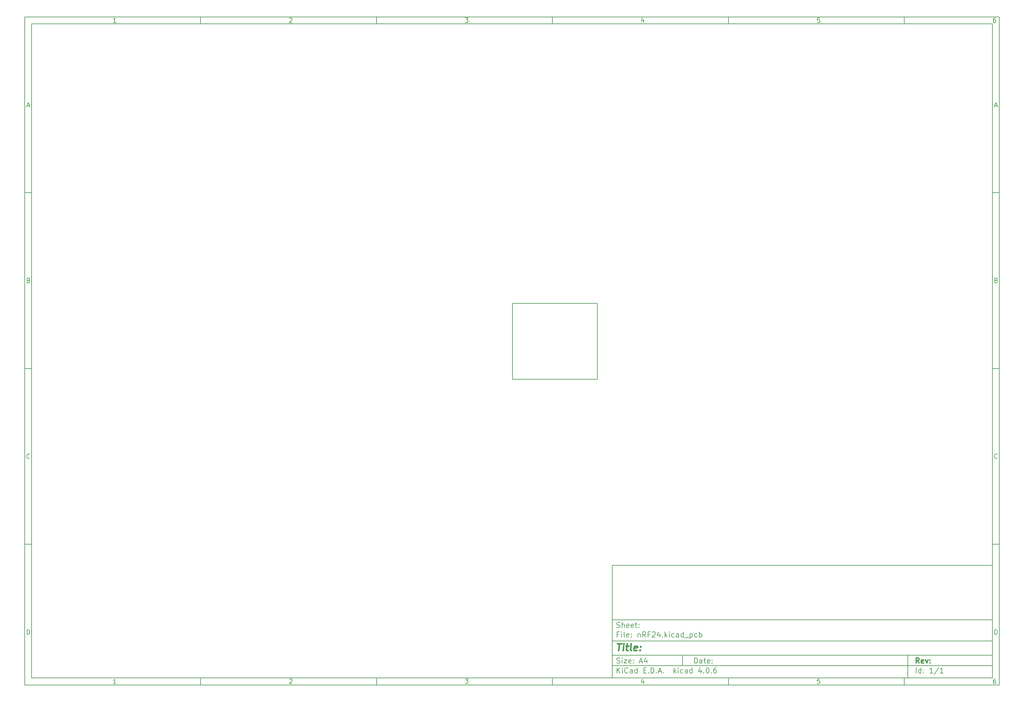
<source format=gm1>
G04 #@! TF.FileFunction,Profile,NP*
%FSLAX46Y46*%
G04 Gerber Fmt 4.6, Leading zero omitted, Abs format (unit mm)*
G04 Created by KiCad (PCBNEW 4.0.6) date 06/21/17 09:44:37*
%MOMM*%
%LPD*%
G01*
G04 APERTURE LIST*
%ADD10C,0.100000*%
%ADD11C,0.150000*%
%ADD12C,0.300000*%
%ADD13C,0.400000*%
G04 APERTURE END LIST*
D10*
D11*
X177002200Y-166007200D02*
X177002200Y-198007200D01*
X285002200Y-198007200D01*
X285002200Y-166007200D01*
X177002200Y-166007200D01*
D10*
D11*
X10000000Y-10000000D02*
X10000000Y-200007200D01*
X287002200Y-200007200D01*
X287002200Y-10000000D01*
X10000000Y-10000000D01*
D10*
D11*
X12000000Y-12000000D02*
X12000000Y-198007200D01*
X285002200Y-198007200D01*
X285002200Y-12000000D01*
X12000000Y-12000000D01*
D10*
D11*
X60000000Y-12000000D02*
X60000000Y-10000000D01*
D10*
D11*
X110000000Y-12000000D02*
X110000000Y-10000000D01*
D10*
D11*
X160000000Y-12000000D02*
X160000000Y-10000000D01*
D10*
D11*
X210000000Y-12000000D02*
X210000000Y-10000000D01*
D10*
D11*
X260000000Y-12000000D02*
X260000000Y-10000000D01*
D10*
D11*
X35990476Y-11588095D02*
X35247619Y-11588095D01*
X35619048Y-11588095D02*
X35619048Y-10288095D01*
X35495238Y-10473810D01*
X35371429Y-10597619D01*
X35247619Y-10659524D01*
D10*
D11*
X85247619Y-10411905D02*
X85309524Y-10350000D01*
X85433333Y-10288095D01*
X85742857Y-10288095D01*
X85866667Y-10350000D01*
X85928571Y-10411905D01*
X85990476Y-10535714D01*
X85990476Y-10659524D01*
X85928571Y-10845238D01*
X85185714Y-11588095D01*
X85990476Y-11588095D01*
D10*
D11*
X135185714Y-10288095D02*
X135990476Y-10288095D01*
X135557143Y-10783333D01*
X135742857Y-10783333D01*
X135866667Y-10845238D01*
X135928571Y-10907143D01*
X135990476Y-11030952D01*
X135990476Y-11340476D01*
X135928571Y-11464286D01*
X135866667Y-11526190D01*
X135742857Y-11588095D01*
X135371429Y-11588095D01*
X135247619Y-11526190D01*
X135185714Y-11464286D01*
D10*
D11*
X185866667Y-10721429D02*
X185866667Y-11588095D01*
X185557143Y-10226190D02*
X185247619Y-11154762D01*
X186052381Y-11154762D01*
D10*
D11*
X235928571Y-10288095D02*
X235309524Y-10288095D01*
X235247619Y-10907143D01*
X235309524Y-10845238D01*
X235433333Y-10783333D01*
X235742857Y-10783333D01*
X235866667Y-10845238D01*
X235928571Y-10907143D01*
X235990476Y-11030952D01*
X235990476Y-11340476D01*
X235928571Y-11464286D01*
X235866667Y-11526190D01*
X235742857Y-11588095D01*
X235433333Y-11588095D01*
X235309524Y-11526190D01*
X235247619Y-11464286D01*
D10*
D11*
X285866667Y-10288095D02*
X285619048Y-10288095D01*
X285495238Y-10350000D01*
X285433333Y-10411905D01*
X285309524Y-10597619D01*
X285247619Y-10845238D01*
X285247619Y-11340476D01*
X285309524Y-11464286D01*
X285371429Y-11526190D01*
X285495238Y-11588095D01*
X285742857Y-11588095D01*
X285866667Y-11526190D01*
X285928571Y-11464286D01*
X285990476Y-11340476D01*
X285990476Y-11030952D01*
X285928571Y-10907143D01*
X285866667Y-10845238D01*
X285742857Y-10783333D01*
X285495238Y-10783333D01*
X285371429Y-10845238D01*
X285309524Y-10907143D01*
X285247619Y-11030952D01*
D10*
D11*
X60000000Y-198007200D02*
X60000000Y-200007200D01*
D10*
D11*
X110000000Y-198007200D02*
X110000000Y-200007200D01*
D10*
D11*
X160000000Y-198007200D02*
X160000000Y-200007200D01*
D10*
D11*
X210000000Y-198007200D02*
X210000000Y-200007200D01*
D10*
D11*
X260000000Y-198007200D02*
X260000000Y-200007200D01*
D10*
D11*
X35990476Y-199595295D02*
X35247619Y-199595295D01*
X35619048Y-199595295D02*
X35619048Y-198295295D01*
X35495238Y-198481010D01*
X35371429Y-198604819D01*
X35247619Y-198666724D01*
D10*
D11*
X85247619Y-198419105D02*
X85309524Y-198357200D01*
X85433333Y-198295295D01*
X85742857Y-198295295D01*
X85866667Y-198357200D01*
X85928571Y-198419105D01*
X85990476Y-198542914D01*
X85990476Y-198666724D01*
X85928571Y-198852438D01*
X85185714Y-199595295D01*
X85990476Y-199595295D01*
D10*
D11*
X135185714Y-198295295D02*
X135990476Y-198295295D01*
X135557143Y-198790533D01*
X135742857Y-198790533D01*
X135866667Y-198852438D01*
X135928571Y-198914343D01*
X135990476Y-199038152D01*
X135990476Y-199347676D01*
X135928571Y-199471486D01*
X135866667Y-199533390D01*
X135742857Y-199595295D01*
X135371429Y-199595295D01*
X135247619Y-199533390D01*
X135185714Y-199471486D01*
D10*
D11*
X185866667Y-198728629D02*
X185866667Y-199595295D01*
X185557143Y-198233390D02*
X185247619Y-199161962D01*
X186052381Y-199161962D01*
D10*
D11*
X235928571Y-198295295D02*
X235309524Y-198295295D01*
X235247619Y-198914343D01*
X235309524Y-198852438D01*
X235433333Y-198790533D01*
X235742857Y-198790533D01*
X235866667Y-198852438D01*
X235928571Y-198914343D01*
X235990476Y-199038152D01*
X235990476Y-199347676D01*
X235928571Y-199471486D01*
X235866667Y-199533390D01*
X235742857Y-199595295D01*
X235433333Y-199595295D01*
X235309524Y-199533390D01*
X235247619Y-199471486D01*
D10*
D11*
X285866667Y-198295295D02*
X285619048Y-198295295D01*
X285495238Y-198357200D01*
X285433333Y-198419105D01*
X285309524Y-198604819D01*
X285247619Y-198852438D01*
X285247619Y-199347676D01*
X285309524Y-199471486D01*
X285371429Y-199533390D01*
X285495238Y-199595295D01*
X285742857Y-199595295D01*
X285866667Y-199533390D01*
X285928571Y-199471486D01*
X285990476Y-199347676D01*
X285990476Y-199038152D01*
X285928571Y-198914343D01*
X285866667Y-198852438D01*
X285742857Y-198790533D01*
X285495238Y-198790533D01*
X285371429Y-198852438D01*
X285309524Y-198914343D01*
X285247619Y-199038152D01*
D10*
D11*
X10000000Y-60000000D02*
X12000000Y-60000000D01*
D10*
D11*
X10000000Y-110000000D02*
X12000000Y-110000000D01*
D10*
D11*
X10000000Y-160000000D02*
X12000000Y-160000000D01*
D10*
D11*
X10690476Y-35216667D02*
X11309524Y-35216667D01*
X10566667Y-35588095D02*
X11000000Y-34288095D01*
X11433333Y-35588095D01*
D10*
D11*
X11092857Y-84907143D02*
X11278571Y-84969048D01*
X11340476Y-85030952D01*
X11402381Y-85154762D01*
X11402381Y-85340476D01*
X11340476Y-85464286D01*
X11278571Y-85526190D01*
X11154762Y-85588095D01*
X10659524Y-85588095D01*
X10659524Y-84288095D01*
X11092857Y-84288095D01*
X11216667Y-84350000D01*
X11278571Y-84411905D01*
X11340476Y-84535714D01*
X11340476Y-84659524D01*
X11278571Y-84783333D01*
X11216667Y-84845238D01*
X11092857Y-84907143D01*
X10659524Y-84907143D01*
D10*
D11*
X11402381Y-135464286D02*
X11340476Y-135526190D01*
X11154762Y-135588095D01*
X11030952Y-135588095D01*
X10845238Y-135526190D01*
X10721429Y-135402381D01*
X10659524Y-135278571D01*
X10597619Y-135030952D01*
X10597619Y-134845238D01*
X10659524Y-134597619D01*
X10721429Y-134473810D01*
X10845238Y-134350000D01*
X11030952Y-134288095D01*
X11154762Y-134288095D01*
X11340476Y-134350000D01*
X11402381Y-134411905D01*
D10*
D11*
X10659524Y-185588095D02*
X10659524Y-184288095D01*
X10969048Y-184288095D01*
X11154762Y-184350000D01*
X11278571Y-184473810D01*
X11340476Y-184597619D01*
X11402381Y-184845238D01*
X11402381Y-185030952D01*
X11340476Y-185278571D01*
X11278571Y-185402381D01*
X11154762Y-185526190D01*
X10969048Y-185588095D01*
X10659524Y-185588095D01*
D10*
D11*
X287002200Y-60000000D02*
X285002200Y-60000000D01*
D10*
D11*
X287002200Y-110000000D02*
X285002200Y-110000000D01*
D10*
D11*
X287002200Y-160000000D02*
X285002200Y-160000000D01*
D10*
D11*
X285692676Y-35216667D02*
X286311724Y-35216667D01*
X285568867Y-35588095D02*
X286002200Y-34288095D01*
X286435533Y-35588095D01*
D10*
D11*
X286095057Y-84907143D02*
X286280771Y-84969048D01*
X286342676Y-85030952D01*
X286404581Y-85154762D01*
X286404581Y-85340476D01*
X286342676Y-85464286D01*
X286280771Y-85526190D01*
X286156962Y-85588095D01*
X285661724Y-85588095D01*
X285661724Y-84288095D01*
X286095057Y-84288095D01*
X286218867Y-84350000D01*
X286280771Y-84411905D01*
X286342676Y-84535714D01*
X286342676Y-84659524D01*
X286280771Y-84783333D01*
X286218867Y-84845238D01*
X286095057Y-84907143D01*
X285661724Y-84907143D01*
D10*
D11*
X286404581Y-135464286D02*
X286342676Y-135526190D01*
X286156962Y-135588095D01*
X286033152Y-135588095D01*
X285847438Y-135526190D01*
X285723629Y-135402381D01*
X285661724Y-135278571D01*
X285599819Y-135030952D01*
X285599819Y-134845238D01*
X285661724Y-134597619D01*
X285723629Y-134473810D01*
X285847438Y-134350000D01*
X286033152Y-134288095D01*
X286156962Y-134288095D01*
X286342676Y-134350000D01*
X286404581Y-134411905D01*
D10*
D11*
X285661724Y-185588095D02*
X285661724Y-184288095D01*
X285971248Y-184288095D01*
X286156962Y-184350000D01*
X286280771Y-184473810D01*
X286342676Y-184597619D01*
X286404581Y-184845238D01*
X286404581Y-185030952D01*
X286342676Y-185278571D01*
X286280771Y-185402381D01*
X286156962Y-185526190D01*
X285971248Y-185588095D01*
X285661724Y-185588095D01*
D10*
D11*
X200359343Y-193785771D02*
X200359343Y-192285771D01*
X200716486Y-192285771D01*
X200930771Y-192357200D01*
X201073629Y-192500057D01*
X201145057Y-192642914D01*
X201216486Y-192928629D01*
X201216486Y-193142914D01*
X201145057Y-193428629D01*
X201073629Y-193571486D01*
X200930771Y-193714343D01*
X200716486Y-193785771D01*
X200359343Y-193785771D01*
X202502200Y-193785771D02*
X202502200Y-193000057D01*
X202430771Y-192857200D01*
X202287914Y-192785771D01*
X202002200Y-192785771D01*
X201859343Y-192857200D01*
X202502200Y-193714343D02*
X202359343Y-193785771D01*
X202002200Y-193785771D01*
X201859343Y-193714343D01*
X201787914Y-193571486D01*
X201787914Y-193428629D01*
X201859343Y-193285771D01*
X202002200Y-193214343D01*
X202359343Y-193214343D01*
X202502200Y-193142914D01*
X203002200Y-192785771D02*
X203573629Y-192785771D01*
X203216486Y-192285771D02*
X203216486Y-193571486D01*
X203287914Y-193714343D01*
X203430772Y-193785771D01*
X203573629Y-193785771D01*
X204645057Y-193714343D02*
X204502200Y-193785771D01*
X204216486Y-193785771D01*
X204073629Y-193714343D01*
X204002200Y-193571486D01*
X204002200Y-193000057D01*
X204073629Y-192857200D01*
X204216486Y-192785771D01*
X204502200Y-192785771D01*
X204645057Y-192857200D01*
X204716486Y-193000057D01*
X204716486Y-193142914D01*
X204002200Y-193285771D01*
X205359343Y-193642914D02*
X205430771Y-193714343D01*
X205359343Y-193785771D01*
X205287914Y-193714343D01*
X205359343Y-193642914D01*
X205359343Y-193785771D01*
X205359343Y-192857200D02*
X205430771Y-192928629D01*
X205359343Y-193000057D01*
X205287914Y-192928629D01*
X205359343Y-192857200D01*
X205359343Y-193000057D01*
D10*
D11*
X177002200Y-194507200D02*
X285002200Y-194507200D01*
D10*
D11*
X178359343Y-196585771D02*
X178359343Y-195085771D01*
X179216486Y-196585771D02*
X178573629Y-195728629D01*
X179216486Y-195085771D02*
X178359343Y-195942914D01*
X179859343Y-196585771D02*
X179859343Y-195585771D01*
X179859343Y-195085771D02*
X179787914Y-195157200D01*
X179859343Y-195228629D01*
X179930771Y-195157200D01*
X179859343Y-195085771D01*
X179859343Y-195228629D01*
X181430772Y-196442914D02*
X181359343Y-196514343D01*
X181145057Y-196585771D01*
X181002200Y-196585771D01*
X180787915Y-196514343D01*
X180645057Y-196371486D01*
X180573629Y-196228629D01*
X180502200Y-195942914D01*
X180502200Y-195728629D01*
X180573629Y-195442914D01*
X180645057Y-195300057D01*
X180787915Y-195157200D01*
X181002200Y-195085771D01*
X181145057Y-195085771D01*
X181359343Y-195157200D01*
X181430772Y-195228629D01*
X182716486Y-196585771D02*
X182716486Y-195800057D01*
X182645057Y-195657200D01*
X182502200Y-195585771D01*
X182216486Y-195585771D01*
X182073629Y-195657200D01*
X182716486Y-196514343D02*
X182573629Y-196585771D01*
X182216486Y-196585771D01*
X182073629Y-196514343D01*
X182002200Y-196371486D01*
X182002200Y-196228629D01*
X182073629Y-196085771D01*
X182216486Y-196014343D01*
X182573629Y-196014343D01*
X182716486Y-195942914D01*
X184073629Y-196585771D02*
X184073629Y-195085771D01*
X184073629Y-196514343D02*
X183930772Y-196585771D01*
X183645058Y-196585771D01*
X183502200Y-196514343D01*
X183430772Y-196442914D01*
X183359343Y-196300057D01*
X183359343Y-195871486D01*
X183430772Y-195728629D01*
X183502200Y-195657200D01*
X183645058Y-195585771D01*
X183930772Y-195585771D01*
X184073629Y-195657200D01*
X185930772Y-195800057D02*
X186430772Y-195800057D01*
X186645058Y-196585771D02*
X185930772Y-196585771D01*
X185930772Y-195085771D01*
X186645058Y-195085771D01*
X187287915Y-196442914D02*
X187359343Y-196514343D01*
X187287915Y-196585771D01*
X187216486Y-196514343D01*
X187287915Y-196442914D01*
X187287915Y-196585771D01*
X188002201Y-196585771D02*
X188002201Y-195085771D01*
X188359344Y-195085771D01*
X188573629Y-195157200D01*
X188716487Y-195300057D01*
X188787915Y-195442914D01*
X188859344Y-195728629D01*
X188859344Y-195942914D01*
X188787915Y-196228629D01*
X188716487Y-196371486D01*
X188573629Y-196514343D01*
X188359344Y-196585771D01*
X188002201Y-196585771D01*
X189502201Y-196442914D02*
X189573629Y-196514343D01*
X189502201Y-196585771D01*
X189430772Y-196514343D01*
X189502201Y-196442914D01*
X189502201Y-196585771D01*
X190145058Y-196157200D02*
X190859344Y-196157200D01*
X190002201Y-196585771D02*
X190502201Y-195085771D01*
X191002201Y-196585771D01*
X191502201Y-196442914D02*
X191573629Y-196514343D01*
X191502201Y-196585771D01*
X191430772Y-196514343D01*
X191502201Y-196442914D01*
X191502201Y-196585771D01*
X194502201Y-196585771D02*
X194502201Y-195085771D01*
X194645058Y-196014343D02*
X195073629Y-196585771D01*
X195073629Y-195585771D02*
X194502201Y-196157200D01*
X195716487Y-196585771D02*
X195716487Y-195585771D01*
X195716487Y-195085771D02*
X195645058Y-195157200D01*
X195716487Y-195228629D01*
X195787915Y-195157200D01*
X195716487Y-195085771D01*
X195716487Y-195228629D01*
X197073630Y-196514343D02*
X196930773Y-196585771D01*
X196645059Y-196585771D01*
X196502201Y-196514343D01*
X196430773Y-196442914D01*
X196359344Y-196300057D01*
X196359344Y-195871486D01*
X196430773Y-195728629D01*
X196502201Y-195657200D01*
X196645059Y-195585771D01*
X196930773Y-195585771D01*
X197073630Y-195657200D01*
X198359344Y-196585771D02*
X198359344Y-195800057D01*
X198287915Y-195657200D01*
X198145058Y-195585771D01*
X197859344Y-195585771D01*
X197716487Y-195657200D01*
X198359344Y-196514343D02*
X198216487Y-196585771D01*
X197859344Y-196585771D01*
X197716487Y-196514343D01*
X197645058Y-196371486D01*
X197645058Y-196228629D01*
X197716487Y-196085771D01*
X197859344Y-196014343D01*
X198216487Y-196014343D01*
X198359344Y-195942914D01*
X199716487Y-196585771D02*
X199716487Y-195085771D01*
X199716487Y-196514343D02*
X199573630Y-196585771D01*
X199287916Y-196585771D01*
X199145058Y-196514343D01*
X199073630Y-196442914D01*
X199002201Y-196300057D01*
X199002201Y-195871486D01*
X199073630Y-195728629D01*
X199145058Y-195657200D01*
X199287916Y-195585771D01*
X199573630Y-195585771D01*
X199716487Y-195657200D01*
X202216487Y-195585771D02*
X202216487Y-196585771D01*
X201859344Y-195014343D02*
X201502201Y-196085771D01*
X202430773Y-196085771D01*
X203002201Y-196442914D02*
X203073629Y-196514343D01*
X203002201Y-196585771D01*
X202930772Y-196514343D01*
X203002201Y-196442914D01*
X203002201Y-196585771D01*
X204002201Y-195085771D02*
X204145058Y-195085771D01*
X204287915Y-195157200D01*
X204359344Y-195228629D01*
X204430773Y-195371486D01*
X204502201Y-195657200D01*
X204502201Y-196014343D01*
X204430773Y-196300057D01*
X204359344Y-196442914D01*
X204287915Y-196514343D01*
X204145058Y-196585771D01*
X204002201Y-196585771D01*
X203859344Y-196514343D01*
X203787915Y-196442914D01*
X203716487Y-196300057D01*
X203645058Y-196014343D01*
X203645058Y-195657200D01*
X203716487Y-195371486D01*
X203787915Y-195228629D01*
X203859344Y-195157200D01*
X204002201Y-195085771D01*
X205145058Y-196442914D02*
X205216486Y-196514343D01*
X205145058Y-196585771D01*
X205073629Y-196514343D01*
X205145058Y-196442914D01*
X205145058Y-196585771D01*
X206502201Y-195085771D02*
X206216487Y-195085771D01*
X206073630Y-195157200D01*
X206002201Y-195228629D01*
X205859344Y-195442914D01*
X205787915Y-195728629D01*
X205787915Y-196300057D01*
X205859344Y-196442914D01*
X205930772Y-196514343D01*
X206073630Y-196585771D01*
X206359344Y-196585771D01*
X206502201Y-196514343D01*
X206573630Y-196442914D01*
X206645058Y-196300057D01*
X206645058Y-195942914D01*
X206573630Y-195800057D01*
X206502201Y-195728629D01*
X206359344Y-195657200D01*
X206073630Y-195657200D01*
X205930772Y-195728629D01*
X205859344Y-195800057D01*
X205787915Y-195942914D01*
D10*
D11*
X177002200Y-191507200D02*
X285002200Y-191507200D01*
D10*
D12*
X264216486Y-193785771D02*
X263716486Y-193071486D01*
X263359343Y-193785771D02*
X263359343Y-192285771D01*
X263930771Y-192285771D01*
X264073629Y-192357200D01*
X264145057Y-192428629D01*
X264216486Y-192571486D01*
X264216486Y-192785771D01*
X264145057Y-192928629D01*
X264073629Y-193000057D01*
X263930771Y-193071486D01*
X263359343Y-193071486D01*
X265430771Y-193714343D02*
X265287914Y-193785771D01*
X265002200Y-193785771D01*
X264859343Y-193714343D01*
X264787914Y-193571486D01*
X264787914Y-193000057D01*
X264859343Y-192857200D01*
X265002200Y-192785771D01*
X265287914Y-192785771D01*
X265430771Y-192857200D01*
X265502200Y-193000057D01*
X265502200Y-193142914D01*
X264787914Y-193285771D01*
X266002200Y-192785771D02*
X266359343Y-193785771D01*
X266716485Y-192785771D01*
X267287914Y-193642914D02*
X267359342Y-193714343D01*
X267287914Y-193785771D01*
X267216485Y-193714343D01*
X267287914Y-193642914D01*
X267287914Y-193785771D01*
X267287914Y-192857200D02*
X267359342Y-192928629D01*
X267287914Y-193000057D01*
X267216485Y-192928629D01*
X267287914Y-192857200D01*
X267287914Y-193000057D01*
D10*
D11*
X178287914Y-193714343D02*
X178502200Y-193785771D01*
X178859343Y-193785771D01*
X179002200Y-193714343D01*
X179073629Y-193642914D01*
X179145057Y-193500057D01*
X179145057Y-193357200D01*
X179073629Y-193214343D01*
X179002200Y-193142914D01*
X178859343Y-193071486D01*
X178573629Y-193000057D01*
X178430771Y-192928629D01*
X178359343Y-192857200D01*
X178287914Y-192714343D01*
X178287914Y-192571486D01*
X178359343Y-192428629D01*
X178430771Y-192357200D01*
X178573629Y-192285771D01*
X178930771Y-192285771D01*
X179145057Y-192357200D01*
X179787914Y-193785771D02*
X179787914Y-192785771D01*
X179787914Y-192285771D02*
X179716485Y-192357200D01*
X179787914Y-192428629D01*
X179859342Y-192357200D01*
X179787914Y-192285771D01*
X179787914Y-192428629D01*
X180359343Y-192785771D02*
X181145057Y-192785771D01*
X180359343Y-193785771D01*
X181145057Y-193785771D01*
X182287914Y-193714343D02*
X182145057Y-193785771D01*
X181859343Y-193785771D01*
X181716486Y-193714343D01*
X181645057Y-193571486D01*
X181645057Y-193000057D01*
X181716486Y-192857200D01*
X181859343Y-192785771D01*
X182145057Y-192785771D01*
X182287914Y-192857200D01*
X182359343Y-193000057D01*
X182359343Y-193142914D01*
X181645057Y-193285771D01*
X183002200Y-193642914D02*
X183073628Y-193714343D01*
X183002200Y-193785771D01*
X182930771Y-193714343D01*
X183002200Y-193642914D01*
X183002200Y-193785771D01*
X183002200Y-192857200D02*
X183073628Y-192928629D01*
X183002200Y-193000057D01*
X182930771Y-192928629D01*
X183002200Y-192857200D01*
X183002200Y-193000057D01*
X184787914Y-193357200D02*
X185502200Y-193357200D01*
X184645057Y-193785771D02*
X185145057Y-192285771D01*
X185645057Y-193785771D01*
X186787914Y-192785771D02*
X186787914Y-193785771D01*
X186430771Y-192214343D02*
X186073628Y-193285771D01*
X187002200Y-193285771D01*
D10*
D11*
X263359343Y-196585771D02*
X263359343Y-195085771D01*
X264716486Y-196585771D02*
X264716486Y-195085771D01*
X264716486Y-196514343D02*
X264573629Y-196585771D01*
X264287915Y-196585771D01*
X264145057Y-196514343D01*
X264073629Y-196442914D01*
X264002200Y-196300057D01*
X264002200Y-195871486D01*
X264073629Y-195728629D01*
X264145057Y-195657200D01*
X264287915Y-195585771D01*
X264573629Y-195585771D01*
X264716486Y-195657200D01*
X265430772Y-196442914D02*
X265502200Y-196514343D01*
X265430772Y-196585771D01*
X265359343Y-196514343D01*
X265430772Y-196442914D01*
X265430772Y-196585771D01*
X265430772Y-195657200D02*
X265502200Y-195728629D01*
X265430772Y-195800057D01*
X265359343Y-195728629D01*
X265430772Y-195657200D01*
X265430772Y-195800057D01*
X268073629Y-196585771D02*
X267216486Y-196585771D01*
X267645058Y-196585771D02*
X267645058Y-195085771D01*
X267502201Y-195300057D01*
X267359343Y-195442914D01*
X267216486Y-195514343D01*
X269787914Y-195014343D02*
X268502200Y-196942914D01*
X271073629Y-196585771D02*
X270216486Y-196585771D01*
X270645058Y-196585771D02*
X270645058Y-195085771D01*
X270502201Y-195300057D01*
X270359343Y-195442914D01*
X270216486Y-195514343D01*
D10*
D11*
X177002200Y-187507200D02*
X285002200Y-187507200D01*
D10*
D13*
X178454581Y-188211962D02*
X179597438Y-188211962D01*
X178776010Y-190211962D02*
X179026010Y-188211962D01*
X180014105Y-190211962D02*
X180180771Y-188878629D01*
X180264105Y-188211962D02*
X180156962Y-188307200D01*
X180240295Y-188402438D01*
X180347439Y-188307200D01*
X180264105Y-188211962D01*
X180240295Y-188402438D01*
X180847438Y-188878629D02*
X181609343Y-188878629D01*
X181216486Y-188211962D02*
X181002200Y-189926248D01*
X181073630Y-190116724D01*
X181252201Y-190211962D01*
X181442677Y-190211962D01*
X182395058Y-190211962D02*
X182216487Y-190116724D01*
X182145057Y-189926248D01*
X182359343Y-188211962D01*
X183930772Y-190116724D02*
X183728391Y-190211962D01*
X183347439Y-190211962D01*
X183168867Y-190116724D01*
X183097438Y-189926248D01*
X183192676Y-189164343D01*
X183311724Y-188973867D01*
X183514105Y-188878629D01*
X183895057Y-188878629D01*
X184073629Y-188973867D01*
X184145057Y-189164343D01*
X184121248Y-189354819D01*
X183145057Y-189545295D01*
X184895057Y-190021486D02*
X184978392Y-190116724D01*
X184871248Y-190211962D01*
X184787915Y-190116724D01*
X184895057Y-190021486D01*
X184871248Y-190211962D01*
X185026010Y-188973867D02*
X185109344Y-189069105D01*
X185002200Y-189164343D01*
X184918867Y-189069105D01*
X185026010Y-188973867D01*
X185002200Y-189164343D01*
D10*
D11*
X178859343Y-185600057D02*
X178359343Y-185600057D01*
X178359343Y-186385771D02*
X178359343Y-184885771D01*
X179073629Y-184885771D01*
X179645057Y-186385771D02*
X179645057Y-185385771D01*
X179645057Y-184885771D02*
X179573628Y-184957200D01*
X179645057Y-185028629D01*
X179716485Y-184957200D01*
X179645057Y-184885771D01*
X179645057Y-185028629D01*
X180573629Y-186385771D02*
X180430771Y-186314343D01*
X180359343Y-186171486D01*
X180359343Y-184885771D01*
X181716485Y-186314343D02*
X181573628Y-186385771D01*
X181287914Y-186385771D01*
X181145057Y-186314343D01*
X181073628Y-186171486D01*
X181073628Y-185600057D01*
X181145057Y-185457200D01*
X181287914Y-185385771D01*
X181573628Y-185385771D01*
X181716485Y-185457200D01*
X181787914Y-185600057D01*
X181787914Y-185742914D01*
X181073628Y-185885771D01*
X182430771Y-186242914D02*
X182502199Y-186314343D01*
X182430771Y-186385771D01*
X182359342Y-186314343D01*
X182430771Y-186242914D01*
X182430771Y-186385771D01*
X182430771Y-185457200D02*
X182502199Y-185528629D01*
X182430771Y-185600057D01*
X182359342Y-185528629D01*
X182430771Y-185457200D01*
X182430771Y-185600057D01*
X184287914Y-185385771D02*
X184287914Y-186385771D01*
X184287914Y-185528629D02*
X184359342Y-185457200D01*
X184502200Y-185385771D01*
X184716485Y-185385771D01*
X184859342Y-185457200D01*
X184930771Y-185600057D01*
X184930771Y-186385771D01*
X186502200Y-186385771D02*
X186002200Y-185671486D01*
X185645057Y-186385771D02*
X185645057Y-184885771D01*
X186216485Y-184885771D01*
X186359343Y-184957200D01*
X186430771Y-185028629D01*
X186502200Y-185171486D01*
X186502200Y-185385771D01*
X186430771Y-185528629D01*
X186359343Y-185600057D01*
X186216485Y-185671486D01*
X185645057Y-185671486D01*
X187645057Y-185600057D02*
X187145057Y-185600057D01*
X187145057Y-186385771D02*
X187145057Y-184885771D01*
X187859343Y-184885771D01*
X188359342Y-185028629D02*
X188430771Y-184957200D01*
X188573628Y-184885771D01*
X188930771Y-184885771D01*
X189073628Y-184957200D01*
X189145057Y-185028629D01*
X189216485Y-185171486D01*
X189216485Y-185314343D01*
X189145057Y-185528629D01*
X188287914Y-186385771D01*
X189216485Y-186385771D01*
X190502199Y-185385771D02*
X190502199Y-186385771D01*
X190145056Y-184814343D02*
X189787913Y-185885771D01*
X190716485Y-185885771D01*
X191287913Y-186242914D02*
X191359341Y-186314343D01*
X191287913Y-186385771D01*
X191216484Y-186314343D01*
X191287913Y-186242914D01*
X191287913Y-186385771D01*
X192002199Y-186385771D02*
X192002199Y-184885771D01*
X192145056Y-185814343D02*
X192573627Y-186385771D01*
X192573627Y-185385771D02*
X192002199Y-185957200D01*
X193216485Y-186385771D02*
X193216485Y-185385771D01*
X193216485Y-184885771D02*
X193145056Y-184957200D01*
X193216485Y-185028629D01*
X193287913Y-184957200D01*
X193216485Y-184885771D01*
X193216485Y-185028629D01*
X194573628Y-186314343D02*
X194430771Y-186385771D01*
X194145057Y-186385771D01*
X194002199Y-186314343D01*
X193930771Y-186242914D01*
X193859342Y-186100057D01*
X193859342Y-185671486D01*
X193930771Y-185528629D01*
X194002199Y-185457200D01*
X194145057Y-185385771D01*
X194430771Y-185385771D01*
X194573628Y-185457200D01*
X195859342Y-186385771D02*
X195859342Y-185600057D01*
X195787913Y-185457200D01*
X195645056Y-185385771D01*
X195359342Y-185385771D01*
X195216485Y-185457200D01*
X195859342Y-186314343D02*
X195716485Y-186385771D01*
X195359342Y-186385771D01*
X195216485Y-186314343D01*
X195145056Y-186171486D01*
X195145056Y-186028629D01*
X195216485Y-185885771D01*
X195359342Y-185814343D01*
X195716485Y-185814343D01*
X195859342Y-185742914D01*
X197216485Y-186385771D02*
X197216485Y-184885771D01*
X197216485Y-186314343D02*
X197073628Y-186385771D01*
X196787914Y-186385771D01*
X196645056Y-186314343D01*
X196573628Y-186242914D01*
X196502199Y-186100057D01*
X196502199Y-185671486D01*
X196573628Y-185528629D01*
X196645056Y-185457200D01*
X196787914Y-185385771D01*
X197073628Y-185385771D01*
X197216485Y-185457200D01*
X197573628Y-186528629D02*
X198716485Y-186528629D01*
X199073628Y-185385771D02*
X199073628Y-186885771D01*
X199073628Y-185457200D02*
X199216485Y-185385771D01*
X199502199Y-185385771D01*
X199645056Y-185457200D01*
X199716485Y-185528629D01*
X199787914Y-185671486D01*
X199787914Y-186100057D01*
X199716485Y-186242914D01*
X199645056Y-186314343D01*
X199502199Y-186385771D01*
X199216485Y-186385771D01*
X199073628Y-186314343D01*
X201073628Y-186314343D02*
X200930771Y-186385771D01*
X200645057Y-186385771D01*
X200502199Y-186314343D01*
X200430771Y-186242914D01*
X200359342Y-186100057D01*
X200359342Y-185671486D01*
X200430771Y-185528629D01*
X200502199Y-185457200D01*
X200645057Y-185385771D01*
X200930771Y-185385771D01*
X201073628Y-185457200D01*
X201716485Y-186385771D02*
X201716485Y-184885771D01*
X201716485Y-185457200D02*
X201859342Y-185385771D01*
X202145056Y-185385771D01*
X202287913Y-185457200D01*
X202359342Y-185528629D01*
X202430771Y-185671486D01*
X202430771Y-186100057D01*
X202359342Y-186242914D01*
X202287913Y-186314343D01*
X202145056Y-186385771D01*
X201859342Y-186385771D01*
X201716485Y-186314343D01*
D10*
D11*
X177002200Y-181507200D02*
X285002200Y-181507200D01*
D10*
D11*
X178287914Y-183614343D02*
X178502200Y-183685771D01*
X178859343Y-183685771D01*
X179002200Y-183614343D01*
X179073629Y-183542914D01*
X179145057Y-183400057D01*
X179145057Y-183257200D01*
X179073629Y-183114343D01*
X179002200Y-183042914D01*
X178859343Y-182971486D01*
X178573629Y-182900057D01*
X178430771Y-182828629D01*
X178359343Y-182757200D01*
X178287914Y-182614343D01*
X178287914Y-182471486D01*
X178359343Y-182328629D01*
X178430771Y-182257200D01*
X178573629Y-182185771D01*
X178930771Y-182185771D01*
X179145057Y-182257200D01*
X179787914Y-183685771D02*
X179787914Y-182185771D01*
X180430771Y-183685771D02*
X180430771Y-182900057D01*
X180359342Y-182757200D01*
X180216485Y-182685771D01*
X180002200Y-182685771D01*
X179859342Y-182757200D01*
X179787914Y-182828629D01*
X181716485Y-183614343D02*
X181573628Y-183685771D01*
X181287914Y-183685771D01*
X181145057Y-183614343D01*
X181073628Y-183471486D01*
X181073628Y-182900057D01*
X181145057Y-182757200D01*
X181287914Y-182685771D01*
X181573628Y-182685771D01*
X181716485Y-182757200D01*
X181787914Y-182900057D01*
X181787914Y-183042914D01*
X181073628Y-183185771D01*
X183002199Y-183614343D02*
X182859342Y-183685771D01*
X182573628Y-183685771D01*
X182430771Y-183614343D01*
X182359342Y-183471486D01*
X182359342Y-182900057D01*
X182430771Y-182757200D01*
X182573628Y-182685771D01*
X182859342Y-182685771D01*
X183002199Y-182757200D01*
X183073628Y-182900057D01*
X183073628Y-183042914D01*
X182359342Y-183185771D01*
X183502199Y-182685771D02*
X184073628Y-182685771D01*
X183716485Y-182185771D02*
X183716485Y-183471486D01*
X183787913Y-183614343D01*
X183930771Y-183685771D01*
X184073628Y-183685771D01*
X184573628Y-183542914D02*
X184645056Y-183614343D01*
X184573628Y-183685771D01*
X184502199Y-183614343D01*
X184573628Y-183542914D01*
X184573628Y-183685771D01*
X184573628Y-182757200D02*
X184645056Y-182828629D01*
X184573628Y-182900057D01*
X184502199Y-182828629D01*
X184573628Y-182757200D01*
X184573628Y-182900057D01*
D10*
D11*
X197002200Y-191507200D02*
X197002200Y-194507200D01*
D10*
D11*
X261002200Y-191507200D02*
X261002200Y-198007200D01*
X148590000Y-113030000D02*
X148590000Y-91440000D01*
X172720000Y-113030000D02*
X148590000Y-113030000D01*
X172720000Y-91440000D02*
X172720000Y-113030000D01*
X148590000Y-91440000D02*
X172720000Y-91440000D01*
M02*

</source>
